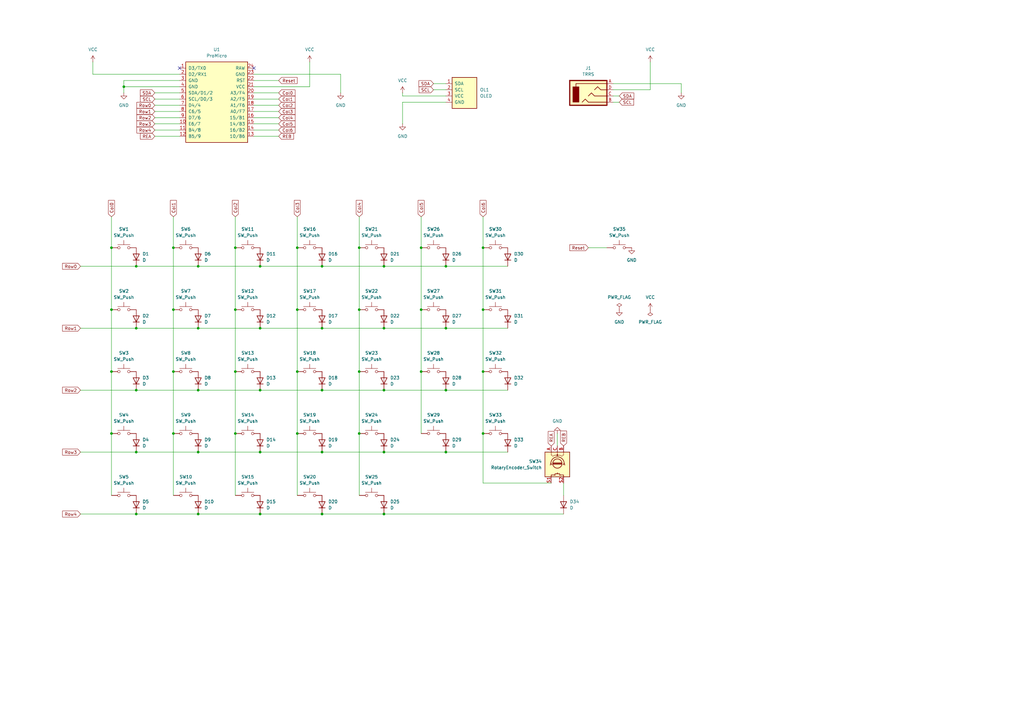
<source format=kicad_sch>
(kicad_sch (version 20231120) (generator "eeschema") (generator_version "8.0")
  (paper "A3")
  (lib_symbols
    (symbol "BrownSugar_KBD:OLED" (pin_names (offset 1.016))
      (property "Reference" "OL" (at 0 7.62 0))
      (property "Value" "OLED" (at 0 -7.62 0))
      (symbol "OLED_0_1"
        (rectangle (start -5.08 6.35) (end 5.08 -6.35) (stroke (width 0.254)) (fill (type background)))
      )
      (symbol "OLED_1_1"
        (pin bidirectional line (at -7.62 3.81 0) (length 2.54) (name "SDA") (number "1"))
        (pin bidirectional line (at -7.62 1.27 0) (length 2.54) (name "SCL") (number "2"))
        (pin power_in line (at -7.62 -1.27 0) (length 2.54) (name "VCC") (number "3"))
        (pin power_in line (at -7.62 -3.81 0) (length 2.54) (name "GND") (number "4"))
      )
    )
    (symbol "BrownSugar_KBD:ProMicro" (pin_names (offset 1.016))
      (property "Reference" "U" (at 0 17.78 0))
      (property "Value" "ProMicro" (at 0 -17.78 0))
      (symbol "ProMicro_0_1"
        (rectangle (start -12.7 16.51) (end 12.7 -16.51) (stroke (width 0.254)) (fill (type background)))
      )
      (symbol "ProMicro_1_1"
        (pin bidirectional line (at -15.24 13.97 0) (length 2.54) (name "D3/TX0") (number "1"))
        (pin bidirectional line (at -15.24 -8.89 0) (length 2.54) (name "E6/7") (number "10"))
        (pin bidirectional line (at -15.24 -11.43 0) (length 2.54) (name "B4/8") (number "11"))
        (pin bidirectional line (at -15.24 -13.97 0) (length 2.54) (name "B5/9") (number "12"))
        (pin bidirectional line (at 15.24 -13.97 180) (length 2.54) (name "10/B6") (number "13"))
        (pin bidirectional line (at 15.24 -11.43 180) (length 2.54) (name "16/B2") (number "14"))
        (pin bidirectional line (at 15.24 -8.89 180) (length 2.54) (name "14/B3") (number "15"))
        (pin bidirectional line (at 15.24 -6.35 180) (length 2.54) (name "15/B1") (number "16"))
        (pin bidirectional line (at 15.24 -3.81 180) (length 2.54) (name "A0/F7") (number "17"))
        (pin bidirectional line (at 15.24 -1.27 180) (length 2.54) (name "A1/F6") (number "18"))
        (pin bidirectional line (at 15.24 1.27 180) (length 2.54) (name "A2/F5") (number "19"))
        (pin bidirectional line (at -15.24 11.43 0) (length 2.54) (name "D2/RX1") (number "2"))
        (pin bidirectional line (at 15.24 3.81 180) (length 2.54) (name "A3/F4") (number "20"))
        (pin power_in line (at 15.24 6.35 180) (length 2.54) (name "VCC") (number "21"))
        (pin input line (at 15.24 8.89 180) (length 2.54) (name "RST") (number "22"))
        (pin power_in line (at 15.24 11.43 180) (length 2.54) (name "GND") (number "23"))
        (pin power_in line (at 15.24 13.97 180) (length 2.54) (name "RAW") (number "24"))
        (pin power_in line (at -15.24 8.89 0) (length 2.54) (name "GND") (number "3"))
        (pin power_in line (at -15.24 6.35 0) (length 2.54) (name "GND") (number "4"))
        (pin bidirectional line (at -15.24 3.81 0) (length 2.54) (name "SDA/D1/2") (number "5"))
        (pin bidirectional line (at -15.24 1.27 0) (length 2.54) (name "SCL/D0/3") (number "6"))
        (pin bidirectional line (at -15.24 -1.27 0) (length 2.54) (name "D4/4") (number "7"))
        (pin bidirectional line (at -15.24 -3.81 0) (length 2.54) (name "C6/5") (number "8"))
        (pin bidirectional line (at -15.24 -6.35 0) (length 2.54) (name "D7/6") (number "9"))
      )
    )
    (symbol "BrownSugar_KBD:TRRS" (pin_names (offset 1.016))
      (property "Reference" "J" (at 0 8.89 0))
      (property "Value" "TRRS" (at 0 6.35 0))
      (symbol "TRRS_0_1"
        (rectangle (start -7.62 5.08) (end 7.62 -5.08) (stroke (width 0.508)) (fill (type background)))
        (rectangle (start -6.35 2.54) (end -3.81 -3.81) (stroke (width 0.127)) (fill (type outline)))
        (polyline (pts (xy 7.62 3.81) (xy -5.08 3.81) (xy -5.08 2.54)) (stroke (width 0.254)))
        (polyline (pts (xy 7.62 -3.81) (xy 0 -3.81) (xy -1.27 -2.54) (xy -2.54 -3.81)) (stroke (width 0.254)))
        (polyline (pts (xy 7.62 -1.27) (xy 2.54 -1.27) (xy 1.27 0) (xy 0 -1.27)) (stroke (width 0.254)))
        (polyline (pts (xy 7.62 1.27) (xy 5.08 1.27) (xy 3.81 2.54) (xy 2.54 1.27)) (stroke (width 0.254)))
      )
      (symbol "TRRS_1_1"
        (pin bidirectional line (at 10.16 3.81 180) (length 2.54) (name "~") (number "A"))
        (pin bidirectional line (at 10.16 -3.81 180) (length 2.54) (name "~") (number "B"))
        (pin bidirectional line (at 10.16 -1.27 180) (length 2.54) (name "~") (number "C"))
        (pin bidirectional line (at 10.16 1.27 180) (length 2.54) (name "~") (number "D"))
      )
    )
    (symbol "Device:D" (pin_numbers hide) (pin_names (offset 1.016) hide)
      (property "Reference" "D" (at 0 2.54 0))
      (property "Value" "D" (at 0 -2.54 0))
      (symbol "D_0_1"
        (polyline (pts (xy -1.27 1.27) (xy -1.27 -1.27)) (stroke (width 0.254)))
        (polyline (pts (xy 1.27 0) (xy -1.27 0)))
        (polyline (pts (xy 1.27 1.27) (xy 1.27 -1.27) (xy -1.27 0) (xy 1.27 1.27)) (stroke (width 0.254)))
      )
      (symbol "D_1_1"
        (pin passive line (at -3.81 0 0) (length 2.54) (name "K") (number "1"))
        (pin passive line (at 3.81 0 180) (length 2.54) (name "A") (number "2"))
      )
    )
    (symbol "Device:RotaryEncoder_Switch" (pin_names (offset 0.254) hide)
      (property "Reference" "SW" (at 0 6.604 0))
      (property "Value" "RotaryEncoder_Switch" (at 0 -6.604 0))
      (symbol "RotaryEncoder_Switch_0_1"
        (rectangle (start -5.08 5.08) (end 5.08 -5.08) (stroke (width 0.254)) (fill (type background)))
        (circle (center -3.81 0) (radius 0.254) (fill (type outline)))
        (circle (center -0.381 0) (radius 1.905) (stroke (width 0.254)))
        (arc (start -0.381 2.667) (mid -3.0988 -0.0635) (end -0.381 -2.794) (stroke (width 0.254)))
        (polyline (pts (xy -0.635 -1.778) (xy -0.635 1.778)) (stroke (width 0.254)))
        (polyline (pts (xy -0.381 -1.778) (xy -0.381 1.778)) (stroke (width 0.254)))
        (polyline (pts (xy -0.127 1.778) (xy -0.127 -1.778)) (stroke (width 0.254)))
        (polyline (pts (xy 3.81 0) (xy 3.429 0)) (stroke (width 0.254)))
        (polyline (pts (xy 3.81 1.016) (xy 3.81 -1.016)) (stroke (width 0.254)))
        (polyline (pts (xy -5.08 -2.54) (xy -3.81 -2.54) (xy -3.81 -2.032)))
        (polyline (pts (xy -5.08 2.54) (xy -3.81 2.54) (xy -3.81 2.032)))
        (polyline (pts (xy 0.254 -3.048) (xy -0.508 -2.794) (xy 0.127 -2.413)) (stroke (width 0.254)))
        (polyline (pts (xy 0.254 2.921) (xy -0.508 2.667) (xy 0.127 2.286)) (stroke (width 0.254)))
        (polyline (pts (xy 5.08 -2.54) (xy 4.318 -2.54) (xy 4.318 -1.016)) (stroke (width 0.254)))
        (polyline (pts (xy 5.08 2.54) (xy 4.318 2.54) (xy 4.318 1.016)) (stroke (width 0.254)))
        (polyline (pts (xy -5.08 0) (xy -3.81 0) (xy -3.81 -1.016) (xy -3.302 -2.032)))
        (polyline (pts (xy -4.318 0) (xy -3.81 0) (xy -3.81 1.016) (xy -3.302 2.032)))
        (circle (center 4.318 -1.016) (radius 0.127) (stroke (width 0.254)))
        (circle (center 4.318 1.016) (radius 0.127) (stroke (width 0.254)))
      )
      (symbol "RotaryEncoder_Switch_1_1"
        (pin passive line (at -7.62 2.54 0) (length 2.54) (name "A") (number "A"))
        (pin passive line (at -7.62 -2.54 0) (length 2.54) (name "B") (number "B"))
        (pin passive line (at -7.62 0 0) (length 2.54) (name "C") (number "C"))
        (pin passive line (at 7.62 2.54 180) (length 2.54) (name "S1") (number "S1"))
        (pin passive line (at 7.62 -2.54 180) (length 2.54) (name "S2") (number "S2"))
      )
    )
    (symbol "Switch:SW_Push" (pin_numbers hide) (pin_names (offset 1.016) hide)
      (property "Reference" "SW" (at 1.27 2.54 0))
      (property "Value" "SW_Push" (at 0 -1.524 0))
      (symbol "SW_Push_0_1"
        (circle (center -2.032 0) (radius 0.508))
        (polyline (pts (xy 0 1.27) (xy 0 3.048)))
        (polyline (pts (xy 2.54 1.27) (xy -2.54 1.27)))
        (circle (center 2.032 0) (radius 0.508))
        (pin passive line (at -5.08 0 0) (length 2.54) (name "1") (number "1"))
        (pin passive line (at 5.08 0 180) (length 2.54) (name "2") (number "2"))
      )
    )
    (symbol "power:GND" (power) (pin_numbers hide) (pin_names (offset 0) hide)
      (property "Value" "GND" (at 0 -3.81 0))
      (symbol "GND_0_1"
        (polyline (pts (xy 0 0) (xy 0 -1.27) (xy 1.27 -1.27) (xy 0 -2.54) (xy -1.27 -1.27) (xy 0 -1.27)))
      )
      (symbol "GND_1_1"
        (pin power_in line (at 0 0 270) (length 0) (name "~") (number "1"))
      )
    )
    (symbol "power:PWR_FLAG" (power) (pin_numbers hide) (pin_names (offset 0) hide)
      (property "Value" "PWR_FLAG" (at 0 3.81 0))
      (symbol "PWR_FLAG_0_0"
        (pin power_out line (at 0 0 90) (length 0) (name "~") (number "1"))
      )
      (symbol "PWR_FLAG_0_1"
        (polyline (pts (xy 0 0) (xy 0 1.27) (xy -1.016 1.905) (xy 0 2.54) (xy 1.016 1.905) (xy 0 1.27)))
      )
    )
    (symbol "power:VCC" (power) (pin_numbers hide) (pin_names (offset 0) hide)
      (property "Value" "VCC" (at 0 3.556 0))
      (symbol "VCC_0_1"
        (polyline (pts (xy -0.762 1.27) (xy 0 2.54)))
        (polyline (pts (xy 0 0) (xy 0 2.54)))
        (polyline (pts (xy 0 2.54) (xy 0.762 1.27)))
      )
      (symbol "VCC_1_1"
        (pin power_in line (at 0 0 90) (length 0) (name "~") (number "1"))
      )
    )
  )
  (junction (at 198.12 177.8))
  (junction (at 147.32 152.4))
  (junction (at 71.12 127))
  (junction (at 132.08 134.62))
  (junction (at 147.32 127))
  (junction (at 157.48 109.22))
  (junction (at 132.08 185.42))
  (junction (at 55.88 160.02))
  (junction (at 182.88 134.62))
  (junction (at 132.08 160.02))
  (junction (at 106.68 160.02))
  (junction (at 81.28 109.22))
  (junction (at 147.32 177.8))
  (junction (at 182.88 160.02))
  (junction (at 157.48 160.02))
  (junction (at 172.72 127))
  (junction (at 81.28 134.62))
  (junction (at 106.68 109.22))
  (junction (at 132.08 109.22))
  (junction (at 172.72 152.4))
  (junction (at 50.8 35.56))
  (junction (at 198.12 101.6))
  (junction (at 198.12 152.4))
  (junction (at 121.92 101.6))
  (junction (at 96.52 127))
  (junction (at 121.92 152.4))
  (junction (at 45.72 152.4))
  (junction (at 96.52 177.8))
  (junction (at 81.28 160.02))
  (junction (at 96.52 101.6))
  (junction (at 96.52 152.4))
  (junction (at 45.72 177.8))
  (junction (at 45.72 127))
  (junction (at 157.48 185.42))
  (junction (at 121.92 127))
  (junction (at 81.28 210.82))
  (junction (at 172.72 101.6))
  (junction (at 55.88 210.82))
  (junction (at 71.12 177.8))
  (junction (at 55.88 134.62))
  (junction (at 157.48 134.62))
  (junction (at 132.08 210.82))
  (junction (at 55.88 109.22))
  (junction (at 71.12 101.6))
  (junction (at 182.88 185.42))
  (junction (at 106.68 185.42))
  (junction (at 147.32 101.6))
  (junction (at 121.92 177.8))
  (junction (at 198.12 127))
  (junction (at 81.28 185.42))
  (junction (at 106.68 134.62))
  (junction (at 55.88 185.42))
  (junction (at 71.12 152.4))
  (junction (at 106.68 210.82))
  (junction (at 182.88 109.22))
  (junction (at 45.72 101.6))
  (junction (at 157.48 210.82))
  (no_connect (at 73.66 27.94))
  (no_connect (at 104.14 27.94))
  (wire (pts (xy 172.72 152.4) (xy 172.72 177.8)))
  (wire (pts (xy 104.14 35.56) (xy 127 35.56)))
  (wire (pts (xy 106.68 109.22) (xy 132.08 109.22)))
  (wire (pts (xy 63.5 45.72) (xy 73.66 45.72)))
  (wire (pts (xy 104.14 43.18) (xy 114.3 43.18)))
  (wire (pts (xy 139.7 30.48) (xy 139.7 38.1)))
  (wire (pts (xy 96.52 177.8) (xy 96.52 203.2)))
  (wire (pts (xy 147.32 88.9) (xy 147.32 101.6)))
  (wire (pts (xy 228.6 177.8) (xy 228.6 182.88)))
  (wire (pts (xy 104.14 55.88) (xy 114.3 55.88)))
  (wire (pts (xy 266.7 36.83) (xy 266.7 25.4)))
  (wire (pts (xy 132.08 185.42) (xy 157.48 185.42)))
  (wire (pts (xy 165.1 50.8) (xy 165.1 41.91)))
  (wire (pts (xy 96.52 127) (xy 96.52 152.4)))
  (wire (pts (xy 121.92 152.4) (xy 121.92 177.8)))
  (wire (pts (xy 182.88 39.37) (xy 165.1 39.37)))
  (wire (pts (xy 104.14 53.34) (xy 114.3 53.34)))
  (wire (pts (xy 104.14 45.72) (xy 114.3 45.72)))
  (wire (pts (xy 132.08 109.22) (xy 157.48 109.22)))
  (wire (pts (xy 147.32 177.8) (xy 147.32 203.2)))
  (wire (pts (xy 182.88 134.62) (xy 208.28 134.62)))
  (wire (pts (xy 132.08 134.62) (xy 157.48 134.62)))
  (wire (pts (xy 96.52 152.4) (xy 96.52 177.8)))
  (wire (pts (xy 81.28 210.82) (xy 106.68 210.82)))
  (wire (pts (xy 45.72 177.8) (xy 45.72 203.2)))
  (wire (pts (xy 251.46 41.91) (xy 254 41.91)))
  (wire (pts (xy 182.88 185.42) (xy 208.28 185.42)))
  (wire (pts (xy 198.12 101.6) (xy 198.12 127)))
  (wire (pts (xy 121.92 101.6) (xy 121.92 127)))
  (wire (pts (xy 157.48 210.82) (xy 231.14 210.82)))
  (wire (pts (xy 33.02 109.22) (xy 55.88 109.22)))
  (wire (pts (xy 182.88 160.02) (xy 208.28 160.02)))
  (wire (pts (xy 241.3 101.6) (xy 248.92 101.6)))
  (wire (pts (xy 157.48 185.42) (xy 182.88 185.42)))
  (wire (pts (xy 104.14 40.64) (xy 114.3 40.64)))
  (wire (pts (xy 147.32 152.4) (xy 147.32 177.8)))
  (wire (pts (xy 45.72 127) (xy 45.72 152.4)))
  (wire (pts (xy 63.5 43.18) (xy 73.66 43.18)))
  (wire (pts (xy 226.06 198.12) (xy 198.12 198.12)))
  (wire (pts (xy 96.52 101.6) (xy 96.52 127)))
  (wire (pts (xy 96.52 88.9) (xy 96.52 101.6)))
  (wire (pts (xy 71.12 152.4) (xy 71.12 177.8)))
  (wire (pts (xy 182.88 109.22) (xy 208.28 109.22)))
  (wire (pts (xy 33.02 185.42) (xy 55.88 185.42)))
  (wire (pts (xy 104.14 38.1) (xy 114.3 38.1)))
  (wire (pts (xy 198.12 198.12) (xy 198.12 177.8)))
  (wire (pts (xy 104.14 30.48) (xy 139.7 30.48)))
  (wire (pts (xy 33.02 134.62) (xy 55.88 134.62)))
  (wire (pts (xy 33.02 210.82) (xy 55.88 210.82)))
  (wire (pts (xy 132.08 210.82) (xy 157.48 210.82)))
  (wire (pts (xy 73.66 33.02) (xy 50.8 33.02)))
  (wire (pts (xy 81.28 109.22) (xy 106.68 109.22)))
  (wire (pts (xy 121.92 88.9) (xy 121.92 101.6)))
  (wire (pts (xy 38.1 30.48) (xy 38.1 25.4)))
  (wire (pts (xy 106.68 160.02) (xy 132.08 160.02)))
  (wire (pts (xy 55.88 160.02) (xy 81.28 160.02)))
  (wire (pts (xy 63.5 40.64) (xy 73.66 40.64)))
  (wire (pts (xy 121.92 127) (xy 121.92 152.4)))
  (wire (pts (xy 63.5 50.8) (xy 73.66 50.8)))
  (wire (pts (xy 71.12 177.8) (xy 71.12 203.2)))
  (wire (pts (xy 279.4 34.29) (xy 279.4 38.1)))
  (wire (pts (xy 55.88 185.42) (xy 81.28 185.42)))
  (wire (pts (xy 172.72 88.9) (xy 172.72 101.6)))
  (wire (pts (xy 55.88 134.62) (xy 81.28 134.62)))
  (wire (pts (xy 106.68 210.82) (xy 132.08 210.82)))
  (wire (pts (xy 121.92 177.8) (xy 121.92 203.2)))
  (wire (pts (xy 55.88 210.82) (xy 81.28 210.82)))
  (wire (pts (xy 81.28 160.02) (xy 106.68 160.02)))
  (wire (pts (xy 63.5 38.1) (xy 73.66 38.1)))
  (wire (pts (xy 165.1 41.91) (xy 182.88 41.91)))
  (wire (pts (xy 55.88 109.22) (xy 81.28 109.22)))
  (wire (pts (xy 63.5 48.26) (xy 73.66 48.26)))
  (wire (pts (xy 198.12 152.4) (xy 198.12 177.8)))
  (wire (pts (xy 251.46 36.83) (xy 266.7 36.83)))
  (wire (pts (xy 106.68 185.42) (xy 132.08 185.42)))
  (wire (pts (xy 198.12 88.9) (xy 198.12 101.6)))
  (wire (pts (xy 177.8 34.29) (xy 182.88 34.29)))
  (wire (pts (xy 177.8 36.83) (xy 182.88 36.83)))
  (wire (pts (xy 147.32 127) (xy 147.32 152.4)))
  (wire (pts (xy 132.08 160.02) (xy 157.48 160.02)))
  (wire (pts (xy 251.46 39.37) (xy 254 39.37)))
  (wire (pts (xy 157.48 160.02) (xy 182.88 160.02)))
  (wire (pts (xy 198.12 127) (xy 198.12 152.4)))
  (wire (pts (xy 63.5 55.88) (xy 73.66 55.88)))
  (wire (pts (xy 73.66 30.48) (xy 38.1 30.48)))
  (wire (pts (xy 71.12 88.9) (xy 71.12 101.6)))
  (wire (pts (xy 172.72 101.6) (xy 172.72 127)))
  (wire (pts (xy 104.14 33.02) (xy 114.3 33.02)))
  (wire (pts (xy 104.14 50.8) (xy 114.3 50.8)))
  (wire (pts (xy 63.5 53.34) (xy 73.66 53.34)))
  (wire (pts (xy 33.02 160.02) (xy 55.88 160.02)))
  (wire (pts (xy 165.1 39.37) (xy 165.1 38.1)))
  (wire (pts (xy 71.12 127) (xy 71.12 152.4)))
  (wire (pts (xy 104.14 48.26) (xy 114.3 48.26)))
  (wire (pts (xy 50.8 35.56) (xy 73.66 35.56)))
  (wire (pts (xy 157.48 134.62) (xy 182.88 134.62)))
  (wire (pts (xy 231.14 203.2) (xy 231.14 198.12)))
  (wire (pts (xy 50.8 33.02) (xy 50.8 35.56)))
  (wire (pts (xy 81.28 185.42) (xy 106.68 185.42)))
  (wire (pts (xy 172.72 127) (xy 172.72 152.4)))
  (wire (pts (xy 157.48 109.22) (xy 182.88 109.22)))
  (wire (pts (xy 127 25.4) (xy 127 35.56)))
  (wire (pts (xy 81.28 134.62) (xy 106.68 134.62)))
  (wire (pts (xy 45.72 101.6) (xy 45.72 127)))
  (wire (pts (xy 50.8 35.56) (xy 50.8 38.1)))
  (wire (pts (xy 45.72 152.4) (xy 45.72 177.8)))
  (wire (pts (xy 106.68 134.62) (xy 132.08 134.62)))
  (wire (pts (xy 45.72 88.9) (xy 45.72 101.6)))
  (wire (pts (xy 71.12 101.6) (xy 71.12 127)))
  (wire (pts (xy 147.32 101.6) (xy 147.32 127)))
  (wire (pts (xy 251.46 34.29) (xy 279.4 34.29)))
  (global_label "Row2" (shape input) (at 33.02 160.02 180) (property "Intersheetrefs" "${INTERSHEET_REFS}" (effects (hide yes))))
  (global_label "SDA" (shape input) (at 254 39.37 0) (property "Intersheetrefs" "${INTERSHEET_REFS}" (effects (hide yes))))
  (global_label "REA" (shape input) (at 63.5 55.88 180) (property "Intersheetrefs" "${INTERSHEET_REFS}" (effects (hide yes))))
  (global_label "Row4" (shape input) (at 63.5 53.34 180) (property "Intersheetrefs" "${INTERSHEET_REFS}" (effects (hide yes))))
  (global_label "REB" (shape input) (at 114.3 55.88 0) (property "Intersheetrefs" "${INTERSHEET_REFS}" (effects (hide yes))))
  (global_label "Row1" (shape input) (at 33.02 134.62 180) (property "Intersheetrefs" "${INTERSHEET_REFS}" (effects (hide yes))))
  (global_label "Row4" (shape input) (at 33.02 210.82 180) (property "Intersheetrefs" "${INTERSHEET_REFS}" (effects (hide yes))))
  (global_label "Col4" (shape input) (at 147.32 88.9 90) (property "Intersheetrefs" "${INTERSHEET_REFS}" (effects (hide yes))))
  (global_label "SCL" (shape input) (at 177.8 36.83 180) (property "Intersheetrefs" "${INTERSHEET_REFS}" (effects (hide yes))))
  (global_label "Col2" (shape input) (at 96.52 88.9 90) (property "Intersheetrefs" "${INTERSHEET_REFS}" (effects (hide yes))))
  (global_label "SDA" (shape input) (at 63.5 38.1 180) (property "Intersheetrefs" "${INTERSHEET_REFS}" (effects (hide yes))))
  (global_label "REB" (shape input) (at 231.14 182.88 90) (property "Intersheetrefs" "${INTERSHEET_REFS}" (effects (hide yes))))
  (global_label "Col1" (shape input) (at 114.3 40.64 0) (property "Intersheetrefs" "${INTERSHEET_REFS}" (effects (hide yes))))
  (global_label "Col0" (shape input) (at 114.3 38.1 0) (property "Intersheetrefs" "${INTERSHEET_REFS}" (effects (hide yes))))
  (global_label "Row0" (shape input) (at 33.02 109.22 180) (property "Intersheetrefs" "${INTERSHEET_REFS}" (effects (hide yes))))
  (global_label "Col4" (shape input) (at 114.3 48.26 0) (property "Intersheetrefs" "${INTERSHEET_REFS}" (effects (hide yes))))
  (global_label "Row3" (shape input) (at 33.02 185.42 180) (property "Intersheetrefs" "${INTERSHEET_REFS}" (effects (hide yes))))
  (global_label "SDA" (shape input) (at 177.8 34.29 180) (property "Intersheetrefs" "${INTERSHEET_REFS}" (effects (hide yes))))
  (global_label "Col5" (shape input) (at 172.72 88.9 90) (property "Intersheetrefs" "${INTERSHEET_REFS}" (effects (hide yes))))
  (global_label "Row0" (shape input) (at 63.5 43.18 180) (property "Intersheetrefs" "${INTERSHEET_REFS}" (effects (hide yes))))
  (global_label "Col5" (shape input) (at 114.3 50.8 0) (property "Intersheetrefs" "${INTERSHEET_REFS}" (effects (hide yes))))
  (global_label "Row1" (shape input) (at 63.5 45.72 180) (property "Intersheetrefs" "${INTERSHEET_REFS}" (effects (hide yes))))
  (global_label "REA" (shape input) (at 226.06 182.88 90) (property "Intersheetrefs" "${INTERSHEET_REFS}" (effects (hide yes))))
  (global_label "Col6" (shape input) (at 114.3 53.34 0) (property "Intersheetrefs" "${INTERSHEET_REFS}" (effects (hide yes))))
  (global_label "Col6" (shape input) (at 198.12 88.9 90) (property "Intersheetrefs" "${INTERSHEET_REFS}" (effects (hide yes))))
  (global_label "Col3" (shape input) (at 121.92 88.9 90) (property "Intersheetrefs" "${INTERSHEET_REFS}" (effects (hide yes))))
  (global_label "Row2" (shape input) (at 63.5 48.26 180) (property "Intersheetrefs" "${INTERSHEET_REFS}" (effects (hide yes))))
  (global_label "Row3" (shape input) (at 63.5 50.8 180) (property "Intersheetrefs" "${INTERSHEET_REFS}" (effects (hide yes))))
  (global_label "SCL" (shape input) (at 254 41.91 0) (property "Intersheetrefs" "${INTERSHEET_REFS}" (effects (hide yes))))
  (global_label "Col3" (shape input) (at 114.3 45.72 0) (property "Intersheetrefs" "${INTERSHEET_REFS}" (effects (hide yes))))
  (global_label "Reset" (shape input) (at 241.3 101.6 180) (property "Intersheetrefs" "${INTERSHEET_REFS}" (effects (hide yes))))
  (global_label "SCL" (shape input) (at 63.5 40.64 180) (property "Intersheetrefs" "${INTERSHEET_REFS}" (effects (hide yes))))
  (global_label "Col2" (shape input) (at 114.3 43.18 0) (property "Intersheetrefs" "${INTERSHEET_REFS}" (effects (hide yes))))
  (global_label "Reset" (shape input) (at 114.3 33.02 0) (property "Intersheetrefs" "${INTERSHEET_REFS}" (effects (hide yes))))
  (global_label "Col0" (shape input) (at 45.72 88.9 90) (property "Intersheetrefs" "${INTERSHEET_REFS}" (effects (hide yes))))
  (global_label "Col1" (shape input) (at 71.12 88.9 90) (property "Intersheetrefs" "${INTERSHEET_REFS}" (effects (hide yes))))
  (symbol (lib_id "BrownSugar_KBD:ProMicro") (at 88.9 41.91 0) (unit 1)
    (property "Reference" "U1" (at 88.9 20.32 0))
    (property "Value" "ProMicro" (at 88.9 22.86 0))
    (property "Footprint" "BrownSugar_KBD:ProMicro_r" (effects (hide yes)))
  )
  (symbol (lib_id "Device:D") (at 208.28 105.41 90) (unit 1)
    (property "Reference" "D30" (at 210.82 104.1399 90) (effects (justify right)))
    (property "Value" "D" (at 210.82 106.6799 90) (effects (justify right)))
    (property "Footprint" "kbd_Parts:Diode_SMD" (effects (hide yes)))
    (property "Description" "Diode" (effects (hide yes)))
    (property "Sim.Device" "D" (effects (hide yes)))
    (property "Sim.Pins" "1=K 2=A" (effects (hide yes)))
  )
  (symbol (lib_id "power:GND") (at 254 127 0) (unit 1)
    (property "Reference" "#PWR01" (effects (hide yes)))
    (property "Value" "GND" (at 254 132.08 0))
    (property "Description" "Power symbol creates a global label with name \"GND\" , ground" (effects (hide yes)))
  )
  (symbol (lib_id "Switch:SW_Push") (at 50.8 152.4 0) (mirror y) (unit 1)
    (property "Reference" "SW3" (at 50.8 144.78 0))
    (property "Value" "SW_Push" (at 50.8 147.32 0))
    (property "Footprint" "kbd_SW:Choc_Hotswap_1u" (effects (hide yes)))
    (property "Description" "Push button switch, generic, two pins" (effects (hide yes)))
  )
  (symbol (lib_id "power:VCC") (at 38.1 25.4 0) (unit 1)
    (property "Reference" "#PWR09" (effects (hide yes)))
    (property "Value" "VCC" (at 38.1 20.32 0))
    (property "Description" "Power symbol creates a global label with name \"VCC\"" (effects (hide yes)))
  )
  (symbol (lib_id "Device:D") (at 208.28 181.61 90) (unit 1)
    (property "Reference" "D33" (at 210.82 180.3399 90) (effects (justify right)))
    (property "Value" "D" (at 210.82 182.8799 90) (effects (justify right)))
    (property "Footprint" "kbd_Parts:Diode_SMD" (effects (hide yes)))
    (property "Description" "Diode" (effects (hide yes)))
    (property "Sim.Device" "D" (effects (hide yes)))
    (property "Sim.Pins" "1=K 2=A" (effects (hide yes)))
  )
  (symbol (lib_id "power:PWR_FLAG") (at 254 127 0) (unit 1)
    (property "Reference" "#FLG01" (effects (hide yes)))
    (property "Value" "PWR_FLAG" (at 254 121.92 0))
    (property "Description" "Special symbol for telling ERC where power comes from" (effects (hide yes)))
  )
  (symbol (lib_id "power:GND") (at 279.4 38.1 0) (unit 1)
    (property "Reference" "#PWR07" (effects (hide yes)))
    (property "Value" "GND" (at 279.4 43.18 0))
    (property "Description" "Power symbol creates a global label with name \"GND\" , ground" (effects (hide yes)))
  )
  (symbol (lib_id "Device:D") (at 81.28 207.01 90) (unit 1)
    (property "Reference" "D10" (at 83.82 205.7399 90) (effects (justify right)))
    (property "Value" "D" (at 83.82 208.2799 90) (effects (justify right)))
    (property "Footprint" "kbd_Parts:Diode_SMD" (effects (hide yes)))
    (property "Description" "Diode" (effects (hide yes)))
    (property "Sim.Device" "D" (effects (hide yes)))
    (property "Sim.Pins" "1=K 2=A" (effects (hide yes)))
  )
  (symbol (lib_id "power:PWR_FLAG") (at 266.7 127 180) (unit 1)
    (property "Reference" "#FLG02" (effects (hide yes)))
    (property "Value" "PWR_FLAG" (at 266.7 132.08 0))
    (property "Description" "Special symbol for telling ERC where power comes from" (effects (hide yes)))
  )
  (symbol (lib_id "Switch:SW_Push") (at 152.4 203.2 0) (mirror y) (unit 1)
    (property "Reference" "SW25" (at 152.4 195.58 0))
    (property "Value" "SW_Push" (at 152.4 198.12 0))
    (property "Footprint" "kbd_SW:Choc_Hotswap_2u_Stab" (effects (hide yes)))
    (property "Description" "Push button switch, generic, two pins" (effects (hide yes)))
  )
  (symbol (lib_id "Switch:SW_Push") (at 177.8 152.4 0) (mirror y) (unit 1)
    (property "Reference" "SW28" (at 177.8 144.78 0))
    (property "Value" "SW_Push" (at 177.8 147.32 0))
    (property "Footprint" "kbd_SW:Choc_Hotswap_1u" (effects (hide yes)))
    (property "Description" "Push button switch, generic, two pins" (effects (hide yes)))
  )
  (symbol (lib_id "Switch:SW_Push") (at 50.8 203.2 0) (mirror y) (unit 1)
    (property "Reference" "SW5" (at 50.8 195.58 0))
    (property "Value" "SW_Push" (at 50.8 198.12 0))
    (property "Footprint" "kbd_SW:Choc_Hotswap_1u" (effects (hide yes)))
    (property "Description" "Push button switch, generic, two pins" (effects (hide yes)))
  )
  (symbol (lib_id "Switch:SW_Push") (at 203.2 127 0) (mirror y) (unit 1)
    (property "Reference" "SW31" (at 203.2 119.38 0))
    (property "Value" "SW_Push" (at 203.2 121.92 0))
    (property "Footprint" "kbd_SW:Choc_Hotswap_1u" (effects (hide yes)))
    (property "Description" "Push button switch, generic, two pins" (effects (hide yes)))
  )
  (symbol (lib_id "Switch:SW_Push") (at 76.2 177.8 0) (mirror y) (unit 1)
    (property "Reference" "SW9" (at 76.2 170.18 0))
    (property "Value" "SW_Push" (at 76.2 172.72 0))
    (property "Footprint" "kbd_SW:Choc_Hotswap_1u" (effects (hide yes)))
    (property "Description" "Push button switch, generic, two pins" (effects (hide yes)))
  )
  (symbol (lib_id "Device:D") (at 55.88 156.21 90) (unit 1)
    (property "Reference" "D3" (at 58.42 154.9399 90) (effects (justify right)))
    (property "Value" "D" (at 58.42 157.4799 90) (effects (justify right)))
    (property "Footprint" "kbd_Parts:Diode_SMD" (effects (hide yes)))
    (property "Description" "Diode" (effects (hide yes)))
    (property "Sim.Device" "D" (effects (hide yes)))
    (property "Sim.Pins" "1=K 2=A" (effects (hide yes)))
  )
  (symbol (lib_id "Device:D") (at 106.68 207.01 90) (unit 1)
    (property "Reference" "D15" (at 109.22 205.7399 90) (effects (justify right)))
    (property "Value" "D" (at 109.22 208.2799 90) (effects (justify right)))
    (property "Footprint" "kbd_Parts:Diode_SMD" (effects (hide yes)))
    (property "Description" "Diode" (effects (hide yes)))
    (property "Sim.Device" "D" (effects (hide yes)))
    (property "Sim.Pins" "1=K 2=A" (effects (hide yes)))
  )
  (symbol (lib_id "Switch:SW_Push") (at 177.8 101.6 0) (mirror y) (unit 1)
    (property "Reference" "SW26" (at 177.8 93.98 0))
    (property "Value" "SW_Push" (at 177.8 96.52 0))
    (property "Footprint" "kbd_SW:Choc_Hotswap_1u" (effects (hide yes)))
    (property "Description" "Push button switch, generic, two pins" (effects (hide yes)))
  )
  (symbol (lib_id "power:GND") (at 259.08 101.6 0) (unit 1)
    (property "Reference" "#PWR08" (effects (hide yes)))
    (property "Value" "GND" (at 259.08 106.68 0))
    (property "Description" "Power symbol creates a global label with name \"GND\" , ground" (effects (hide yes)))
  )
  (symbol (lib_id "Device:D") (at 81.28 156.21 90) (unit 1)
    (property "Reference" "D8" (at 83.82 154.9399 90) (effects (justify right)))
    (property "Value" "D" (at 83.82 157.4799 90) (effects (justify right)))
    (property "Footprint" "kbd_Parts:Diode_SMD" (effects (hide yes)))
    (property "Description" "Diode" (effects (hide yes)))
    (property "Sim.Device" "D" (effects (hide yes)))
    (property "Sim.Pins" "1=K 2=A" (effects (hide yes)))
  )
  (symbol (lib_id "Switch:SW_Push") (at 50.8 101.6 0) (mirror y) (unit 1)
    (property "Reference" "SW1" (at 50.8 93.98 0))
    (property "Value" "SW_Push" (at 50.8 96.52 0))
    (property "Footprint" "kbd_SW:Choc_Hotswap_1u" (effects (hide yes)))
    (property "Description" "Push button switch, generic, two pins" (effects (hide yes)))
  )
  (symbol (lib_id "Switch:SW_Push") (at 203.2 101.6 0) (mirror y) (unit 1)
    (property "Reference" "SW30" (at 203.2 93.98 0))
    (property "Value" "SW_Push" (at 203.2 96.52 0))
    (property "Footprint" "kbd_SW:Choc_Hotswap_1u" (effects (hide yes)))
    (property "Description" "Push button switch, generic, two pins" (effects (hide yes)))
  )
  (symbol (lib_id "power:VCC") (at 266.7 127 0) (unit 1)
    (property "Reference" "#PWR02" (effects (hide yes)))
    (property "Value" "VCC" (at 266.7 121.92 0))
    (property "Description" "Power symbol creates a global label with name \"VCC\"" (effects (hide yes)))
  )
  (symbol (lib_id "Device:D") (at 81.28 105.41 90) (unit 1)
    (property "Reference" "D6" (at 83.82 104.1399 90) (effects (justify right)))
    (property "Value" "D" (at 83.82 106.6799 90) (effects (justify right)))
    (property "Footprint" "kbd_Parts:Diode_SMD" (effects (hide yes)))
    (property "Description" "Diode" (effects (hide yes)))
    (property "Sim.Device" "D" (effects (hide yes)))
    (property "Sim.Pins" "1=K 2=A" (effects (hide yes)))
  )
  (symbol (lib_id "Switch:SW_Push") (at 101.6 127 0) (mirror y) (unit 1)
    (property "Reference" "SW12" (at 101.6 119.38 0))
    (property "Value" "SW_Push" (at 101.6 121.92 0))
    (property "Footprint" "kbd_SW:Choc_Hotswap_1u" (effects (hide yes)))
    (property "Description" "Push button switch, generic, two pins" (effects (hide yes)))
  )
  (symbol (lib_id "Switch:SW_Push") (at 76.2 203.2 0) (mirror y) (unit 1)
    (property "Reference" "SW10" (at 76.2 195.58 0))
    (property "Value" "SW_Push" (at 76.2 198.12 0))
    (property "Footprint" "kbd_SW:Choc_Hotswap_1u" (effects (hide yes)))
    (property "Description" "Push button switch, generic, two pins" (effects (hide yes)))
  )
  (symbol (lib_id "power:VCC") (at 127 25.4 0) (unit 1)
    (property "Reference" "#PWR04" (effects (hide yes)))
    (property "Value" "VCC" (at 127 20.32 0))
    (property "Description" "Power symbol creates a global label with name \"VCC\"" (effects (hide yes)))
  )
  (symbol (lib_id "BrownSugar_KBD:OLED") (at 190.5 38.1 0) (unit 1)
    (property "Reference" "OL1" (at 196.85 36.8299 0) (effects (justify left)))
    (property "Value" "OLED" (at 196.85 39.3699 0) (effects (justify left)))
    (property "Footprint" "BrownSugar_KBD:OLED_center_module" (effects (hide yes)))
  )
  (symbol (lib_id "Switch:SW_Push") (at 101.6 177.8 0) (mirror y) (unit 1)
    (property "Reference" "SW14" (at 101.6 170.18 0))
    (property "Value" "SW_Push" (at 101.6 172.72 0))
    (property "Footprint" "kbd_SW:Choc_Hotswap_1u" (effects (hide yes)))
    (property "Description" "Push button switch, generic, two pins" (effects (hide yes)))
  )
  (symbol (lib_id "Device:D") (at 106.68 105.41 90) (unit 1)
    (property "Reference" "D11" (at 109.22 104.1399 90) (effects (justify right)))
    (property "Value" "D" (at 109.22 106.6799 90) (effects (justify right)))
    (property "Footprint" "kbd_Parts:Diode_SMD" (effects (hide yes)))
    (property "Description" "Diode" (effects (hide yes)))
    (property "Sim.Device" "D" (effects (hide yes)))
    (property "Sim.Pins" "1=K 2=A" (effects (hide yes)))
  )
  (symbol (lib_id "Switch:SW_Push") (at 50.8 127 0) (mirror y) (unit 1)
    (property "Reference" "SW2" (at 50.8 119.38 0))
    (property "Value" "SW_Push" (at 50.8 121.92 0))
    (property "Footprint" "kbd_SW:Choc_Hotswap_1u" (effects (hide yes)))
    (property "Description" "Push button switch, generic, two pins" (effects (hide yes)))
  )
  (symbol (lib_id "Device:D") (at 132.08 130.81 90) (unit 1)
    (property "Reference" "D17" (at 134.62 129.5399 90) (effects (justify right)))
    (property "Value" "D" (at 134.62 132.0799 90) (effects (justify right)))
    (property "Footprint" "kbd_Parts:Diode_SMD" (effects (hide yes)))
    (property "Description" "Diode" (effects (hide yes)))
    (property "Sim.Device" "D" (effects (hide yes)))
    (property "Sim.Pins" "1=K 2=A" (effects (hide yes)))
  )
  (symbol (lib_id "Switch:SW_Push") (at 127 177.8 0) (mirror y) (unit 1)
    (property "Reference" "SW19" (at 127 170.18 0))
    (property "Value" "SW_Push" (at 127 172.72 0))
    (property "Footprint" "kbd_SW:Choc_Hotswap_1u" (effects (hide yes)))
    (property "Description" "Push button switch, generic, two pins" (effects (hide yes)))
  )
  (symbol (lib_id "Device:D") (at 157.48 207.01 90) (unit 1)
    (property "Reference" "D25" (at 160.02 205.7399 90) (effects (justify right)))
    (property "Value" "D" (at 160.02 208.2799 90) (effects (justify right)))
    (property "Footprint" "kbd_Parts:Diode_SMD" (effects (hide yes)))
    (property "Description" "Diode" (effects (hide yes)))
    (property "Sim.Device" "D" (effects (hide yes)))
    (property "Sim.Pins" "1=K 2=A" (effects (hide yes)))
  )
  (symbol (lib_id "power:GND") (at 228.6 177.8 180) (unit 1)
    (property "Reference" "#PWR010" (effects (hide yes)))
    (property "Value" "GND" (at 228.6 172.72 0))
    (property "Description" "Power symbol creates a global label with name \"GND\" , ground" (effects (hide yes)))
  )
  (symbol (lib_id "Device:D") (at 55.88 181.61 90) (unit 1)
    (property "Reference" "D4" (at 58.42 180.3399 90) (effects (justify right)))
    (property "Value" "D" (at 58.42 182.8799 90) (effects (justify right)))
    (property "Footprint" "kbd_Parts:Diode_SMD" (effects (hide yes)))
    (property "Description" "Diode" (effects (hide yes)))
    (property "Sim.Device" "D" (effects (hide yes)))
    (property "Sim.Pins" "1=K 2=A" (effects (hide yes)))
  )
  (symbol (lib_id "Device:D") (at 81.28 181.61 90) (unit 1)
    (property "Reference" "D9" (at 83.82 180.3399 90) (effects (justify right)))
    (property "Value" "D" (at 83.82 182.8799 90) (effects (justify right)))
    (property "Footprint" "kbd_Parts:Diode_SMD" (effects (hide yes)))
    (property "Description" "Diode" (effects (hide yes)))
    (property "Sim.Device" "D" (effects (hide yes)))
    (property "Sim.Pins" "1=K 2=A" (effects (hide yes)))
  )
  (symbol (lib_id "Switch:SW_Push") (at 152.4 127 0) (mirror y) (unit 1)
    (property "Reference" "SW22" (at 152.4 119.38 0))
    (property "Value" "SW_Push" (at 152.4 121.92 0))
    (property "Footprint" "kbd_SW:Choc_Hotswap_1u" (effects (hide yes)))
    (property "Description" "Push button switch, generic, two pins" (effects (hide yes)))
  )
  (symbol (lib_id "Device:D") (at 132.08 207.01 90) (unit 1)
    (property "Reference" "D20" (at 134.62 205.7399 90) (effects (justify right)))
    (property "Value" "D" (at 134.62 208.2799 90) (effects (justify right)))
    (property "Footprint" "kbd_Parts:Diode_SMD" (effects (hide yes)))
    (property "Description" "Diode" (effects (hide yes)))
    (property "Sim.Device" "D" (effects (hide yes)))
    (property "Sim.Pins" "1=K 2=A" (effects (hide yes)))
  )
  (symbol (lib_id "Device:D") (at 157.48 130.81 90) (unit 1)
    (property "Reference" "D22" (at 160.02 129.5399 90) (effects (justify right)))
    (property "Value" "D" (at 160.02 132.0799 90) (effects (justify right)))
    (property "Footprint" "kbd_Parts:Diode_SMD" (effects (hide yes)))
    (property "Description" "Diode" (effects (hide yes)))
    (property "Sim.Device" "D" (effects (hide yes)))
    (property "Sim.Pins" "1=K 2=A" (effects (hide yes)))
  )
  (symbol (lib_id "Switch:SW_Push") (at 254 101.6 0) (unit 1)
    (property "Reference" "SW35" (at 254 93.98 0))
    (property "Value" "SW_Push" (at 254 96.52 0))
    (property "Footprint" "kbd_Parts:ResetSW" (effects (hide yes)))
    (property "Description" "Push button switch, generic, two pins" (effects (hide yes)))
  )
  (symbol (lib_id "Switch:SW_Push") (at 76.2 101.6 0) (mirror y) (unit 1)
    (property "Reference" "SW6" (at 76.2 93.98 0))
    (property "Value" "SW_Push" (at 76.2 96.52 0))
    (property "Footprint" "kbd_SW:Choc_Hotswap_1u" (effects (hide yes)))
    (property "Description" "Push button switch, generic, two pins" (effects (hide yes)))
  )
  (symbol (lib_id "Switch:SW_Push") (at 101.6 152.4 0) (mirror y) (unit 1)
    (property "Reference" "SW13" (at 101.6 144.78 0))
    (property "Value" "SW_Push" (at 101.6 147.32 0))
    (property "Footprint" "kbd_SW:Choc_Hotswap_1u" (effects (hide yes)))
    (property "Description" "Push button switch, generic, two pins" (effects (hide yes)))
  )
  (symbol (lib_id "Switch:SW_Push") (at 127 127 0) (mirror y) (unit 1)
    (property "Reference" "SW17" (at 127 119.38 0))
    (property "Value" "SW_Push" (at 127 121.92 0))
    (property "Footprint" "kbd_SW:Choc_Hotswap_1u" (effects (hide yes)))
    (property "Description" "Push button switch, generic, two pins" (effects (hide yes)))
  )
  (symbol (lib_id "Device:D") (at 55.88 207.01 90) (unit 1)
    (property "Reference" "D5" (at 58.42 205.7399 90) (effects (justify right)))
    (property "Value" "D" (at 58.42 208.2799 90) (effects (justify right)))
    (property "Footprint" "kbd_Parts:Diode_SMD" (effects (hide yes)))
    (property "Description" "Diode" (effects (hide yes)))
    (property "Sim.Device" "D" (effects (hide yes)))
    (property "Sim.Pins" "1=K 2=A" (effects (hide yes)))
  )
  (symbol (lib_id "Switch:SW_Push") (at 127 203.2 0) (mirror y) (unit 1)
    (property "Reference" "SW20" (at 127 195.58 0))
    (property "Value" "SW_Push" (at 127 198.12 0))
    (property "Footprint" "kbd_SW:Choc_Hotswap_1u" (effects (hide yes)))
    (property "Description" "Push button switch, generic, two pins" (effects (hide yes)))
  )
  (symbol (lib_id "Device:D") (at 182.88 156.21 90) (unit 1)
    (property "Reference" "D28" (at 185.42 154.9399 90) (effects (justify right)))
    (property "Value" "D" (at 185.42 157.4799 90) (effects (justify right)))
    (property "Footprint" "kbd_Parts:Diode_SMD" (effects (hide yes)))
    (property "Description" "Diode" (effects (hide yes)))
    (property "Sim.Device" "D" (effects (hide yes)))
    (property "Sim.Pins" "1=K 2=A" (effects (hide yes)))
  )
  (symbol (lib_id "Device:D") (at 157.48 181.61 90) (unit 1)
    (property "Reference" "D24" (at 160.02 180.3399 90) (effects (justify right)))
    (property "Value" "D" (at 160.02 182.8799 90) (effects (justify right)))
    (property "Footprint" "kbd_Parts:Diode_SMD" (effects (hide yes)))
    (property "Description" "Diode" (effects (hide yes)))
    (property "Sim.Device" "D" (effects (hide yes)))
    (property "Sim.Pins" "1=K 2=A" (effects (hide yes)))
  )
  (symbol (lib_id "power:VCC") (at 266.7 25.4 0) (unit 1)
    (property "Reference" "#PWR06" (effects (hide yes)))
    (property "Value" "VCC" (at 266.7 20.32 0))
    (property "Description" "Power symbol creates a global label with name \"VCC\"" (effects (hide yes)))
  )
  (symbol (lib_id "Switch:SW_Push") (at 127 152.4 0) (mirror y) (unit 1)
    (property "Reference" "SW18" (at 127 144.78 0))
    (property "Value" "SW_Push" (at 127 147.32 0))
    (property "Footprint" "kbd_SW:Choc_Hotswap_1u" (effects (hide yes)))
    (property "Description" "Push button switch, generic, two pins" (effects (hide yes)))
  )
  (symbol (lib_id "Device:D") (at 106.68 181.61 90) (unit 1)
    (property "Reference" "D14" (at 109.22 180.3399 90) (effects (justify right)))
    (property "Value" "D" (at 109.22 182.8799 90) (effects (justify right)))
    (property "Footprint" "kbd_Parts:Diode_SMD" (effects (hide yes)))
    (property "Description" "Diode" (effects (hide yes)))
    (property "Sim.Device" "D" (effects (hide yes)))
    (property "Sim.Pins" "1=K 2=A" (effects (hide yes)))
  )
  (symbol (lib_id "Switch:SW_Push") (at 76.2 127 0) (mirror y) (unit 1)
    (property "Reference" "SW7" (at 76.2 119.38 0))
    (property "Value" "SW_Push" (at 76.2 121.92 0))
    (property "Footprint" "kbd_SW:Choc_Hotswap_1u" (effects (hide yes)))
    (property "Description" "Push button switch, generic, two pins" (effects (hide yes)))
  )
  (symbol (lib_id "Device:D") (at 231.14 207.01 90) (unit 1)
    (property "Reference" "D34" (at 233.68 205.7399 90) (effects (justify right)))
    (property "Value" "D" (at 233.68 208.2799 90) (effects (justify right)))
    (property "Footprint" "kbd_Parts:Diode_SMD" (effects (hide yes)))
    (property "Description" "Diode" (effects (hide yes)))
    (property "Sim.Device" "D" (effects (hide yes)))
    (property "Sim.Pins" "1=K 2=A" (effects (hide yes)))
  )
  (symbol (lib_id "Switch:SW_Push") (at 152.4 177.8 0) (mirror y) (unit 1)
    (property "Reference" "SW24" (at 152.4 170.18 0))
    (property "Value" "SW_Push" (at 152.4 172.72 0))
    (property "Footprint" "kbd_SW:Choc_Hotswap_1u" (effects (hide yes)))
    (property "Description" "Push button switch, generic, two pins" (effects (hide yes)))
  )
  (symbol (lib_id "Device:D") (at 182.88 181.61 90) (unit 1)
    (property "Reference" "D29" (at 185.42 180.3399 90) (effects (justify right)))
    (property "Value" "D" (at 185.42 182.8799 90) (effects (justify right)))
    (property "Footprint" "kbd_Parts:Diode_SMD" (effects (hide yes)))
    (property "Description" "Diode" (effects (hide yes)))
    (property "Sim.Device" "D" (effects (hide yes)))
    (property "Sim.Pins" "1=K 2=A" (effects (hide yes)))
  )
  (symbol (lib_id "Device:D") (at 132.08 181.61 90) (unit 1)
    (property "Reference" "D19" (at 134.62 180.3399 90) (effects (justify right)))
    (property "Value" "D" (at 134.62 182.8799 90) (effects (justify right)))
    (property "Footprint" "kbd_Parts:Diode_SMD" (effects (hide yes)))
    (property "Description" "Diode" (effects (hide yes)))
    (property "Sim.Device" "D" (effects (hide yes)))
    (property "Sim.Pins" "1=K 2=A" (effects (hide yes)))
  )
  (symbol (lib_id "Switch:SW_Push") (at 50.8 177.8 0) (mirror y) (unit 1)
    (property "Reference" "SW4" (at 50.8 170.18 0))
    (property "Value" "SW_Push" (at 50.8 172.72 0))
    (property "Footprint" "kbd_SW:Choc_Hotswap_2u_Stab" (effects (hide yes)))
    (property "Description" "Push button switch, generic, two pins" (effects (hide yes)))
  )
  (symbol (lib_id "Device:D") (at 208.28 130.81 90) (unit 1)
    (property "Reference" "D31" (at 210.82 129.5399 90) (effects (justify right)))
    (property "Value" "D" (at 210.82 132.0799 90) (effects (justify right)))
    (property "Footprint" "kbd_Parts:Diode_SMD" (effects (hide yes)))
    (property "Description" "Diode" (effects (hide yes)))
    (property "Sim.Device" "D" (effects (hide yes)))
    (property "Sim.Pins" "1=K 2=A" (effects (hide yes)))
  )
  (symbol (lib_id "Switch:SW_Push") (at 152.4 101.6 0) (mirror y) (unit 1)
    (property "Reference" "SW21" (at 152.4 93.98 0))
    (property "Value" "SW_Push" (at 152.4 96.52 0))
    (property "Footprint" "kbd_SW:Choc_Hotswap_1u" (effects (hide yes)))
    (property "Description" "Push button switch, generic, two pins" (effects (hide yes)))
  )
  (symbol (lib_id "Device:D") (at 132.08 105.41 90) (unit 1)
    (property "Reference" "D16" (at 134.62 104.1399 90) (effects (justify right)))
    (property "Value" "D" (at 134.62 106.6799 90) (effects (justify right)))
    (property "Footprint" "kbd_Parts:Diode_SMD" (effects (hide yes)))
    (property "Description" "Diode" (effects (hide yes)))
    (property "Sim.Device" "D" (effects (hide yes)))
    (property "Sim.Pins" "1=K 2=A" (effects (hide yes)))
  )
  (symbol (lib_id "Device:D") (at 55.88 105.41 90) (unit 1)
    (property "Reference" "D1" (at 58.42 104.1399 90) (effects (justify right)))
    (property "Value" "D" (at 58.42 106.6799 90) (effects (justify right)))
    (property "Footprint" "kbd_Parts:Diode_SMD" (effects (hide yes)))
    (property "Description" "Diode" (effects (hide yes)))
    (property "Sim.Device" "D" (effects (hide yes)))
    (property "Sim.Pins" "1=K 2=A" (effects (hide yes)))
  )
  (symbol (lib_id "Switch:SW_Push") (at 203.2 177.8 0) (mirror y) (unit 1)
    (property "Reference" "SW33" (at 203.2 170.18 0))
    (property "Value" "SW_Push" (at 203.2 172.72 0))
    (property "Footprint" "kbd_SW:Choc_Hotswap_1u" (effects (hide yes)))
    (property "Description" "Push button switch, generic, two pins" (effects (hide yes)))
  )
  (symbol (lib_id "Device:D") (at 208.28 156.21 90) (unit 1)
    (property "Reference" "D32" (at 210.82 154.9399 90) (effects (justify right)))
    (property "Value" "D" (at 210.82 157.4799 90) (effects (justify right)))
    (property "Footprint" "kbd_Parts:Diode_SMD" (effects (hide yes)))
    (property "Description" "Diode" (effects (hide yes)))
    (property "Sim.Device" "D" (effects (hide yes)))
    (property "Sim.Pins" "1=K 2=A" (effects (hide yes)))
  )
  (symbol (lib_id "Switch:SW_Push") (at 203.2 152.4 0) (mirror y) (unit 1)
    (property "Reference" "SW32" (at 203.2 144.78 0))
    (property "Value" "SW_Push" (at 203.2 147.32 0))
    (property "Footprint" "kbd_SW:Choc_Hotswap_1u" (effects (hide yes)))
    (property "Description" "Push button switch, generic, two pins" (effects (hide yes)))
  )
  (symbol (lib_id "Device:D") (at 157.48 105.41 90) (unit 1)
    (property "Reference" "D21" (at 160.02 104.1399 90) (effects (justify right)))
    (property "Value" "D" (at 160.02 106.6799 90) (effects (justify right)))
    (property "Footprint" "kbd_Parts:Diode_SMD" (effects (hide yes)))
    (property "Description" "Diode" (effects (hide yes)))
    (property "Sim.Device" "D" (effects (hide yes)))
    (property "Sim.Pins" "1=K 2=A" (effects (hide yes)))
  )
  (symbol (lib_id "Device:D") (at 157.48 156.21 90) (unit 1)
    (property "Reference" "D23" (at 160.02 154.9399 90) (effects (justify right)))
    (property "Value" "D" (at 160.02 157.4799 90) (effects (justify right)))
    (property "Footprint" "kbd_Parts:Diode_SMD" (effects (hide yes)))
    (property "Description" "Diode" (effects (hide yes)))
    (property "Sim.Device" "D" (effects (hide yes)))
    (property "Sim.Pins" "1=K 2=A" (effects (hide yes)))
  )
  (symbol (lib_id "Switch:SW_Push") (at 101.6 203.2 0) (mirror y) (unit 1)
    (property "Reference" "SW15" (at 101.6 195.58 0))
    (property "Value" "SW_Push" (at 101.6 198.12 0))
    (property "Footprint" "kbd_SW:Choc_Hotswap_1u" (effects (hide yes)))
    (property "Description" "Push button switch, generic, two pins" (effects (hide yes)))
  )
  (symbol (lib_id "Device:RotaryEncoder_Switch") (at 228.6 190.5 90) (mirror x) (unit 1)
    (property "Reference" "SW34" (at 222.25 189.2299 90) (effects (justify left)))
    (property "Value" "RotaryEncoder_Switch" (at 222.25 191.7699 90) (effects (justify left)))
    (property "Footprint" "BrownSugar_KBD:RotaryEncoder_EC11-Switch" (effects (hide yes)))
    (property "Description" "Rotary encoder, dual channel, incremental quadrate outputs, with switch" (effects (hide yes)))
  )
  (symbol (lib_id "power:GND") (at 165.1 50.8 0) (unit 1)
    (property "Reference" "#PWR012" (effects (hide yes)))
    (property "Value" "GND" (at 165.1 55.88 0))
    (property "Description" "Power symbol creates a global label with name \"GND\" , ground" (effects (hide yes)))
  )
  (symbol (lib_id "Device:D") (at 182.88 130.81 90) (unit 1)
    (property "Reference" "D27" (at 185.42 129.5399 90) (effects (justify right)))
    (property "Value" "D" (at 185.42 132.0799 90) (effects (justify right)))
    (property "Footprint" "kbd_Parts:Diode_SMD" (effects (hide yes)))
    (property "Description" "Diode" (effects (hide yes)))
    (property "Sim.Device" "D" (effects (hide yes)))
    (property "Sim.Pins" "1=K 2=A" (effects (hide yes)))
  )
  (symbol (lib_id "Device:D") (at 132.08 156.21 90) (unit 1)
    (property "Reference" "D18" (at 134.62 154.9399 90) (effects (justify right)))
    (property "Value" "D" (at 134.62 157.4799 90) (effects (justify right)))
    (property "Footprint" "kbd_Parts:Diode_SMD" (effects (hide yes)))
    (property "Description" "Diode" (effects (hide yes)))
    (property "Sim.Device" "D" (effects (hide yes)))
    (property "Sim.Pins" "1=K 2=A" (effects (hide yes)))
  )
  (symbol (lib_id "Switch:SW_Push") (at 127 101.6 0) (mirror y) (unit 1)
    (property "Reference" "SW16" (at 127 93.98 0))
    (property "Value" "SW_Push" (at 127 96.52 0))
    (property "Footprint" "kbd_SW:Choc_Hotswap_1u" (effects (hide yes)))
    (property "Description" "Push button switch, generic, two pins" (effects (hide yes)))
  )
  (symbol (lib_id "Device:D") (at 106.68 156.21 90) (unit 1)
    (property "Reference" "D13" (at 109.22 154.9399 90) (effects (justify right)))
    (property "Value" "D" (at 109.22 157.4799 90) (effects (justify right)))
    (property "Footprint" "kbd_Parts:Diode_SMD" (effects (hide yes)))
    (property "Description" "Diode" (effects (hide yes)))
    (property "Sim.Device" "D" (effects (hide yes)))
    (property "Sim.Pins" "1=K 2=A" (effects (hide yes)))
  )
  (symbol (lib_id "Switch:SW_Push") (at 177.8 177.8 0) (mirror y) (unit 1)
    (property "Reference" "SW29" (at 177.8 170.18 0))
    (property "Value" "SW_Push" (at 177.8 172.72 0))
    (property "Footprint" "kbd_SW:Choc_Hotswap_1u" (effects (hide yes)))
    (property "Description" "Push button switch, generic, two pins" (effects (hide yes)))
  )
  (symbol (lib_id "Switch:SW_Push") (at 152.4 152.4 0) (mirror y) (unit 1)
    (property "Reference" "SW23" (at 152.4 144.78 0))
    (property "Value" "SW_Push" (at 152.4 147.32 0))
    (property "Footprint" "kbd_SW:Choc_Hotswap_1u" (effects (hide yes)))
    (property "Description" "Push button switch, generic, two pins" (effects (hide yes)))
  )
  (symbol (lib_id "power:VCC") (at 165.1 38.1 0) (unit 1)
    (property "Reference" "#PWR011" (effects (hide yes)))
    (property "Value" "VCC" (at 165.1 33.02 0))
    (property "Description" "Power symbol creates a global label with name \"VCC\"" (effects (hide yes)))
  )
  (symbol (lib_id "power:GND") (at 139.7 38.1 0) (unit 1)
    (property "Reference" "#PWR05" (effects (hide yes)))
    (property "Value" "GND" (at 139.7 43.18 0))
    (property "Description" "Power symbol creates a global label with name \"GND\" , ground" (effects (hide yes)))
  )
  (symbol (lib_id "Switch:SW_Push") (at 101.6 101.6 0) (mirror y) (unit 1)
    (property "Reference" "SW11" (at 101.6 93.98 0))
    (property "Value" "SW_Push" (at 101.6 96.52 0))
    (property "Footprint" "kbd_SW:Choc_Hotswap_1u" (effects (hide yes)))
    (property "Description" "Push button switch, generic, two pins" (effects (hide yes)))
  )
  (symbol (lib_id "Switch:SW_Push") (at 177.8 127 0) (mirror y) (unit 1)
    (property "Reference" "SW27" (at 177.8 119.38 0))
    (property "Value" "SW_Push" (at 177.8 121.92 0))
    (property "Footprint" "kbd_SW:Choc_Hotswap_1u" (effects (hide yes)))
    (property "Description" "Push button switch, generic, two pins" (effects (hide yes)))
  )
  (symbol (lib_id "Device:D") (at 81.28 130.81 90) (unit 1)
    (property "Reference" "D7" (at 83.82 129.5399 90) (effects (justify right)))
    (property "Value" "D" (at 83.82 132.0799 90) (effects (justify right)))
    (property "Footprint" "kbd_Parts:Diode_SMD" (effects (hide yes)))
    (property "Description" "Diode" (effects (hide yes)))
    (property "Sim.Device" "D" (effects (hide yes)))
    (property "Sim.Pins" "1=K 2=A" (effects (hide yes)))
  )
  (symbol (lib_id "Switch:SW_Push") (at 76.2 152.4 0) (mirror y) (unit 1)
    (property "Reference" "SW8" (at 76.2 144.78 0))
    (property "Value" "SW_Push" (at 76.2 147.32 0))
    (property "Footprint" "kbd_SW:Choc_Hotswap_1u" (effects (hide yes)))
    (property "Description" "Push button switch, generic, two pins" (effects (hide yes)))
  )
  (symbol (lib_id "power:GND") (at 50.8 38.1 0) (unit 1)
    (property "Reference" "#PWR03" (effects (hide yes)))
    (property "Value" "GND" (at 50.8 43.18 0))
    (property "Description" "Power symbol creates a global label with name \"GND\" , ground" (effects (hide yes)))
  )
  (symbol (lib_id "Device:D") (at 182.88 105.41 90) (unit 1)
    (property "Reference" "D26" (at 185.42 104.1399 90) (effects (justify right)))
    (property "Value" "D" (at 185.42 106.6799 90) (effects (justify right)))
    (property "Footprint" "kbd_Parts:Diode_SMD" (effects (hide yes)))
    (property "Description" "Diode" (effects (hide yes)))
    (property "Sim.Device" "D" (effects (hide yes)))
    (property "Sim.Pins" "1=K 2=A" (effects (hide yes)))
  )
  (symbol (lib_id "Device:D") (at 55.88 130.81 90) (unit 1)
    (property "Reference" "D2" (at 58.42 129.5399 90) (effects (justify right)))
    (property "Value" "D" (at 58.42 132.0799 90) (effects (justify right)))
    (property "Footprint" "kbd_Parts:Diode_SMD" (effects (hide yes)))
    (property "Description" "Diode" (effects (hide yes)))
    (property "Sim.Device" "D" (effects (hide yes)))
    (property "Sim.Pins" "1=K 2=A" (effects (hide yes)))
  )
  (symbol (lib_id "BrownSugar_KBD:TRRS") (at 241.3 38.1 0) (unit 1)
    (property "Reference" "J1" (at 241.3 27.94 0))
    (property "Value" "TRRS" (at 241.3 30.48 0))
    (property "Footprint" "BrownSugar_KBD:TRRS_PJ-320A" (effects (hide yes)))
  )
  (symbol (lib_id "Device:D") (at 106.68 130.81 90) (unit 1)
    (property "Reference" "D12" (at 109.22 129.5399 90) (effects (justify right)))
    (property "Value" "D" (at 109.22 132.0799 90) (effects (justify right)))
    (property "Footprint" "kbd_Parts:Diode_SMD" (effects (hide yes)))
    (property "Description" "Diode" (effects (hide yes)))
    (property "Sim.Device" "D" (effects (hide yes)))
    (property "Sim.Pins" "1=K 2=A" (effects (hide yes)))
  )
)
</source>
